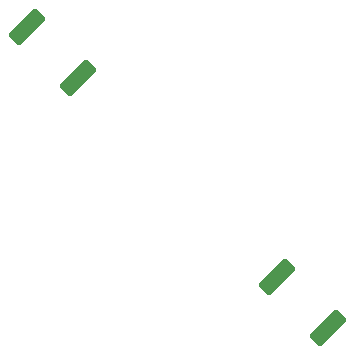
<source format=gbr>
%TF.GenerationSoftware,KiCad,Pcbnew,7.0.7*%
%TF.CreationDate,2023-09-04T20:48:42-04:00*%
%TF.ProjectId,square,73717561-7265-42e6-9b69-6361645f7063,rev?*%
%TF.SameCoordinates,Original*%
%TF.FileFunction,Paste,Top*%
%TF.FilePolarity,Positive*%
%FSLAX46Y46*%
G04 Gerber Fmt 4.6, Leading zero omitted, Abs format (unit mm)*
G04 Created by KiCad (PCBNEW 7.0.7) date 2023-09-04 20:48:42*
%MOMM*%
%LPD*%
G01*
G04 APERTURE LIST*
G04 Aperture macros list*
%AMRoundRect*
0 Rectangle with rounded corners*
0 $1 Rounding radius*
0 $2 $3 $4 $5 $6 $7 $8 $9 X,Y pos of 4 corners*
0 Add a 4 corners polygon primitive as box body*
4,1,4,$2,$3,$4,$5,$6,$7,$8,$9,$2,$3,0*
0 Add four circle primitives for the rounded corners*
1,1,$1+$1,$2,$3*
1,1,$1+$1,$4,$5*
1,1,$1+$1,$6,$7*
1,1,$1+$1,$8,$9*
0 Add four rect primitives between the rounded corners*
20,1,$1+$1,$2,$3,$4,$5,0*
20,1,$1+$1,$4,$5,$6,$7,0*
20,1,$1+$1,$6,$7,$8,$9,0*
20,1,$1+$1,$8,$9,$2,$3,0*%
G04 Aperture macros list end*
%ADD10RoundRect,0.249999X1.325827X0.689429X0.689429X1.325827X-1.325827X-0.689429X-0.689429X-1.325827X0*%
G04 APERTURE END LIST*
D10*
%TO.C,R3*%
X-8500000Y8500000D03*
X-12813352Y12813352D03*
%TD*%
%TO.C,R1*%
X12656676Y-12656676D03*
X8343324Y-8343324D03*
%TD*%
M02*

</source>
